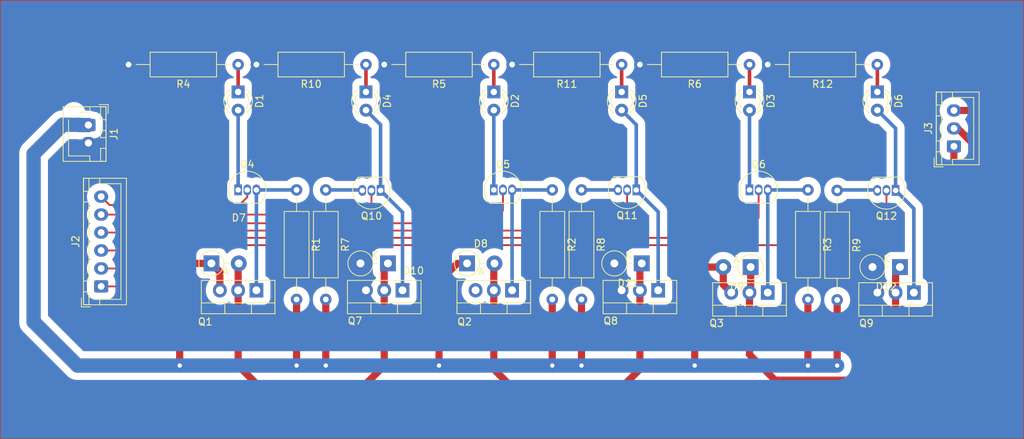
<source format=kicad_pcb>
(kicad_pcb (version 20211014) (generator pcbnew)
  (layers (0 "F.Cu" signal) (31 "B.Cu" signal) (34 "B.Paste" user) (35 "F.Paste" user) (36 "B.SilkS" user "B.Silkscreen") (37 "F.SilkS" user "F.Silkscreen") (38 "B.Mask" user) (39 "F.Mask" user) (44 "Edge.Cuts" user))
  (net 0 "")
  (net 1 "Net-(D1-Pad1)")
  (net 2 "Net-(D1-Pad2)")
  (net 3 "Net-(D2-Pad1)")
  (net 4 "Net-(D2-Pad2)")
  (net 5 "Net-(D3-Pad1)")
  (net 6 "Net-(D3-Pad2)")
  (net 7 "Net-(D4-Pad1)")
  (net 8 "Net-(D4-Pad2)")
  (net 9 "Net-(D5-Pad1)")
  (net 10 "Net-(Q8-Pad1)")
  (net 11 "Net-(D6-Pad1)")
  (net 12 "Net-(D6-Pad2)")
  (net 13 "VCC")
  (net 14 "GND")
  (net 15 "Net-(J2-Pad1)")
  (net 16 "Net-(J2-Pad2)")
  (net 17 "Net-(J2-Pad3)")
  (net 18 "Net-(J2-Pad4)")
  (net 19 "Net-(J2-Pad5)")
  (net 20 "Net-(J2-Pad6)")
  (net 21 "Net-(Q10-Pad3)")
  (net 22 "Net-(Q11-Pad3)")
  (net 23 "Net-(D10-Pad1)")
  (net 24 "Net-(D11-Pad1)")
  (net 25 "Net-(D12-Pad1)")
  (net 26 "Net-(Q1-Pad1)")
  (net 27 "Net-(Q2-Pad1)")
  (net 28 "Net-(Q3-Pad1)")
  (net 29 "Net-(Q12-Pad3)")
  (footprint "LED_THT:LED_D3.0mm_Clear" (layer "F.Cu") (at 147.32 43.18 -90)
    (fp_text reference "D6" (at 1.27 -2.96 90) (layer "F.SilkS"))
    (fp_text value "LED")
    (pad "1" thru_hole rect (at 0 0 270) (size 1.8 1.8) (drill 0.9) (layers *.Cu *.Mask) (net 11 "Net-(D6-Pad1)"))
    (pad "2" thru_hole circle (at 2.54 0 270) (size 1.8 1.8) (drill 0.9) (layers *.Cu *.Mask) (net 12 "Net-(D6-Pad2)"))
  )
  (footprint "Package_TO_SOT_THT:TO-220-3_Vertical" (layer "F.Cu") (at 132.08 71.12 180)
    (fp_text reference "Q3" (at 7.112 -4.27) (layer "F.SilkS"))
    (fp_text value "IRF4905")
    (pad "1" thru_hole rect (at 0 0 180) (size 1.905 2) (drill 1.1) (layers *.Cu *.Mask) (net 28 "Net-(Q3-Pad1)"))
    (pad "2" thru_hole oval (at 2.54 0 180) (size 1.905 2) (drill 1.1) (layers *.Cu *.Mask) (net 25 "Net-(D12-Pad1)"))
    (pad "3" thru_hole oval (at 5.08 0 180) (size 1.905 2) (drill 1.1) (layers *.Cu *.Mask) (net 13 "VCC"))
  )
  (footprint "Package_TO_SOT_THT:TO-220-3_Vertical" (layer "F.Cu") (at 152.4 71.12 180)
    (fp_text reference "Q9" (at 6.604 -4.27) (layer "F.SilkS"))
    (fp_text value "IRLZ44N")
    (pad "1" thru_hole rect (at 0 0 180) (size 1.905 2) (drill 1.1) (layers *.Cu *.Mask) (net 12 "Net-(D6-Pad2)"))
    (pad "2" thru_hole oval (at 2.54 0 180) (size 1.905 2) (drill 1.1) (layers *.Cu *.Mask) (net 25 "Net-(D12-Pad1)"))
    (pad "3" thru_hole oval locked (at 5.08 0 180) (size 1.905 2) (drill 1.1) (layers *.Cu *.Mask) (net 14 "GND"))
  )
  (footprint "Resistor_THT:R_Axial_DIN0309_L9.0mm_D3.2mm_P15.24mm_Horizontal" (layer "F.Cu") (at 76.2 39.37 180)
    (fp_text reference "R10" (at 7.62 -2.72) (layer "F.SilkS"))
    (fp_text value "100R")
    (pad "1" thru_hole circle (at 0 0 180) (size 1.6 1.6) (drill 0.8) (layers *.Cu *.Mask) (net 7 "Net-(D4-Pad1)"))
    (pad "2" thru_hole oval (at 15.24 0 180) (size 1.6 1.6) (drill 0.8) (layers *.Cu *.Mask) (net 14 "GND"))
  )
  (footprint "Connector_JST:JST_XH_B2B-XH-AM_1x02_P2.50mm_Vertical" (layer "F.Cu") (at 37.592 47.792 -90)
    (fp_text reference "J1" (at 1.25 -3.55 90) (layer "F.SilkS"))
    (fp_text value "Power")
    (pad "" np_thru_hole circle (at -1.6 2 270) (size 1.2 1.2) (drill 1.2) (layers *.Cu *.Mask))
    (pad "1" thru_hole roundrect (at 0 0 270) (size 1.7 2) (drill 1) (layers *.Cu *.Mask) (roundrect_rratio 0.147059) (net 13 "VCC"))
    (pad "2" thru_hole oval (at 2.5 0 270) (size 1.7 2) (drill 1) (layers *.Cu *.Mask) (net 14 "GND"))
  )
  (footprint "Package_TO_SOT_THT:TO-92_Inline" (layer "F.Cu") (at 149.86 56.896 180)
    (fp_text reference "Q12" (at 1.27 -3.56) (layer "F.SilkS"))
    (fp_text value "S8050")
    (pad "1" thru_hole rect (at 0 0 180) (size 1.05 1.5) (drill 0.75) (layers *.Cu *.Mask) (net 12 "Net-(D6-Pad2)"))
    (pad "2" thru_hole oval (at 1.27 0 180) (size 1.05 1.5) (drill 0.75) (layers *.Cu *.Mask) (net 15 "Net-(J2-Pad1)"))
    (pad "3" thru_hole oval (at 2.54 0 180) (size 1.05 1.5) (drill 0.75) (layers *.Cu *.Mask) (net 29 "Net-(Q12-Pad3)"))
  )
  (footprint "Package_TO_SOT_THT:TO-220-3_Vertical" (layer "F.Cu") (at 96.52 70.795 180)
    (fp_text reference "Q2" (at 6.604 -4.389) (layer "F.SilkS"))
    (fp_text value "IRF4905")
    (pad "1" thru_hole rect (at 0 0 180) (size 1.905 2) (drill 1.1) (layers *.Cu *.Mask) (net 27 "Net-(Q2-Pad1)"))
    (pad "2" thru_hole oval (at 2.54 0 180) (size 1.905 2) (drill 1.1) (layers *.Cu *.Mask) (net 24 "Net-(D11-Pad1)"))
    (pad "3" thru_hole oval (at 5.08 0 180) (size 1.905 2) (drill 1.1) (layers *.Cu *.Mask) (net 13 "VCC"))
  )
  (footprint "Package_TO_SOT_THT:TO-92_Inline" (layer "F.Cu") (at 113.792 56.825 180)
    (fp_text reference "Q11" (at 1.27 -3.56) (layer "F.SilkS"))
    (fp_text value "S8050")
    (pad "1" thru_hole rect (at 0 0 180) (size 1.05 1.5) (drill 0.75) (layers *.Cu *.Mask) (net 10 "Net-(Q8-Pad1)"))
    (pad "2" thru_hole oval (at 1.27 0 180) (size 1.05 1.5) (drill 0.75) (layers *.Cu *.Mask) (net 17 "Net-(J2-Pad3)"))
    (pad "3" thru_hole oval (at 2.54 0 180) (size 1.05 1.5) (drill 0.75) (layers *.Cu *.Mask) (net 22 "Net-(Q11-Pad3)"))
  )
  (footprint "Package_TO_SOT_THT:TO-220-3_Vertical" (layer "F.Cu") (at 81.28 70.795 180)
    (fp_text reference "Q7" (at 6.604 -4.27) (layer "F.SilkS"))
    (fp_text value "IRLZ44N")
    (pad "1" thru_hole rect (at 0 0 180) (size 1.905 2) (drill 1.1) (layers *.Cu *.Mask) (net 8 "Net-(D4-Pad2)"))
    (pad "2" thru_hole oval (at 2.54 0 180) (size 1.905 2) (drill 1.1) (layers *.Cu *.Mask) (net 23 "Net-(D10-Pad1)"))
    (pad "3" thru_hole oval (at 5.08 0 180) (size 1.905 2) (drill 1.1) (layers *.Cu *.Mask) (net 14 "GND"))
  )
  (footprint "Diode_THT:D_DO-41_SOD81_P3.81mm_Vertical_KathodeUp" (layer "F.Cu") (at 114.554 67.056 180)
    (fp_text reference "D11" (at 1.905 -2.750635) (layer "F.SilkS"))
    (fp_text value "1N5819")
    (fp_text user "K" (at 1.8 1.1) (layer "F.SilkS"))
    (pad "1" thru_hole rect (at 0 0 180) (size 2.2 2.2) (drill 1.1) (layers *.Cu *.Mask) (net 24 "Net-(D11-Pad1)"))
    (pad "2" thru_hole oval (at 3.81 0 180) (size 2.2 2.2) (drill 1.1) (layers *.Cu *.Mask) (net 14 "GND"))
  )
  (footprint "Diode_THT:D_DO-41_SOD81_P3.81mm_Vertical_AnodeUp" (layer "F.Cu") (at 90.260818 67.056)
    (fp_text reference "D8" (at 1.905 -2.750635) (layer "F.SilkS"))
    (fp_text value "1N5819")
    (fp_text user "A" (at 2.01 1.1) (layer "F.SilkS"))
    (pad "1" thru_hole rect (at 0 0) (size 2.2 2.2) (drill 1.1) (layers *.Cu *.Mask) (net 13 "VCC"))
    (pad "2" thru_hole oval (at 3.81 0) (size 2.2 2.2) (drill 1.1) (layers *.Cu *.Mask) (net 24 "Net-(D11-Pad1)"))
  )
  (footprint "Package_TO_SOT_THT:TO-92_Inline" (layer "F.Cu") (at 58.42 56.825)
    (fp_text reference "Q4" (at 1.27 -3.56) (layer "F.SilkS"))
    (fp_text value "S8050")
    (pad "1" thru_hole rect (at 0 0) (size 1.05 1.5) (drill 0.75) (layers *.Cu *.Mask) (net 2 "Net-(D1-Pad2)"))
    (pad "2" thru_hole oval (at 1.27 0) (size 1.05 1.5) (drill 0.75) (layers *.Cu *.Mask) (net 20 "Net-(J2-Pad6)"))
    (pad "3" thru_hole oval (at 2.54 0) (size 1.05 1.5) (drill 0.75) (layers *.Cu *.Mask) (net 26 "Net-(Q1-Pad1)"))
  )
  (footprint "Connector_JST:JST_XH_B3B-XH-A_1x03_P2.50mm_Vertical" (layer "F.Cu") (at 157.971 50.76 90)
    (fp_text reference "J3" (at 2.5 -3.55 90) (layer "F.SilkS"))
    (fp_text value "Output")
    (pad "1" thru_hole roundrect (at 0 0 90) (size 1.7 1.95) (drill 0.95) (layers *.Cu *.Mask) (roundrect_rratio 0.147059) (net 25 "Net-(D12-Pad1)"))
    (pad "2" thru_hole oval (at 2.5 0 90) (size 1.7 1.95) (drill 0.95) (layers *.Cu *.Mask) (net 24 "Net-(D11-Pad1)"))
    (pad "3" thru_hole oval (at 5 0 90) (size 1.7 1.95) (drill 0.95) (layers *.Cu *.Mask) (net 23 "Net-(D10-Pad1)"))
  )
  (footprint "Resistor_THT:R_Axial_DIN0309_L9.0mm_D3.2mm_P15.24mm_Horizontal" (layer "F.Cu") (at 141.732 56.896 -90)
    (fp_text reference "R9" (at 7.62 -2.72 90) (layer "F.SilkS"))
    (fp_text value "10kR")
    (pad "1" thru_hole circle (at 0 0 270) (size 1.6 1.6) (drill 0.8) (layers *.Cu *.Mask) (net 29 "Net-(Q12-Pad3)"))
    (pad "2" thru_hole oval (at 15.24 0 270) (size 1.6 1.6) (drill 0.8) (layers *.Cu *.Mask) (net 13 "VCC"))
  )
  (footprint "Resistor_THT:R_Axial_DIN0309_L9.0mm_D3.2mm_P15.24mm_Horizontal" (layer "F.Cu") (at 93.98 39.37 180)
    (fp_text reference "R5" (at 7.62 -2.72) (layer "F.SilkS"))
    (fp_text value "100R")
    (pad "1" thru_hole circle (at 0 0 180) (size 1.6 1.6) (drill 0.8) (layers *.Cu *.Mask) (net 3 "Net-(D2-Pad1)"))
    (pad "2" thru_hole oval (at 15.24 0 180) (size 1.6 1.6) (drill 0.8) (layers *.Cu *.Mask) (net 14 "GND"))
  )
  (footprint "Resistor_THT:R_Axial_DIN0309_L9.0mm_D3.2mm_P15.24mm_Horizontal" (layer "F.Cu") (at 106.172 56.825 -90)
    (fp_text reference "R8" (at 7.62 -2.72 90) (layer "F.SilkS"))
    (fp_text value "10kR")
    (pad "1" thru_hole circle (at 0 0 270) (size 1.6 1.6) (drill 0.8) (layers *.Cu *.Mask) (net 22 "Net-(Q11-Pad3)"))
    (pad "2" thru_hole oval (at 15.24 0 270) (size 1.6 1.6) (drill 0.8) (layers *.Cu *.Mask) (net 13 "VCC"))
  )
  (footprint "Package_TO_SOT_THT:TO-220-3_Vertical" (layer "F.Cu") (at 116.84 70.795 180)
    (fp_text reference "Q8" (at 6.604 -4.27) (layer "F.SilkS"))
    (fp_text value "IRLZ44N")
    (pad "1" thru_hole rect (at 0 0 180) (size 1.905 2) (drill 1.1) (layers *.Cu *.Mask) (net 10 "Net-(Q8-Pad1)"))
    (pad "2" thru_hole oval (at 2.54 0 180) (size 1.905 2) (drill 1.1) (layers *.Cu *.Mask) (net 24 "Net-(D11-Pad1)"))
    (pad "3" thru_hole oval (at 5.08 0 180) (size 1.905 2) (drill 1.1) (layers *.Cu *.Mask) (net 14 "GND"))
  )
  (footprint "Package_TO_SOT_THT:TO-92_Inline" (layer "F.Cu") (at 78.232 56.896 180)
    (fp_text reference "Q10" (at 1.27 -3.56) (layer "F.SilkS"))
    (fp_text value "S8050")
    (pad "1" thru_hole rect (at 0 0 180) (size 1.05 1.5) (drill 0.75) (layers *.Cu *.Mask) (net 8 "Net-(D4-Pad2)"))
    (pad "2" thru_hole oval (at 1.27 0 180) (size 1.05 1.5) (drill 0.75) (layers *.Cu *.Mask) (net 19 "Net-(J2-Pad5)"))
    (pad "3" thru_hole oval (at 2.54 0 180) (size 1.05 1.5) (drill 0.75) (layers *.Cu *.Mask) (net 21 "Net-(Q10-Pad3)"))
  )
  (footprint "Resistor_THT:R_Axial_DIN0309_L9.0mm_D3.2mm_P15.24mm_Horizontal" (layer "F.Cu") (at 58.42 39.37 180)
    (fp_text reference "R4" (at 7.62 -2.72) (layer "F.SilkS"))
    (fp_text value "100R")
    (pad "1" thru_hole circle (at 0 0 180) (size 1.6 1.6) (drill 0.8) (layers *.Cu *.Mask) (net 1 "Net-(D1-Pad1)"))
    (pad "2" thru_hole oval (at 15.24 0 180) (size 1.6 1.6) (drill 0.8) (layers *.Cu *.Mask) (net 14 "GND"))
  )
  (footprint "Package_TO_SOT_THT:TO-92_Inline" (layer "F.Cu") (at 129.54 56.825)
    (fp_text reference "Q6" (at 1.27 -3.56) (layer "F.SilkS"))
    (fp_text value "S8050")
    (pad "1" thru_hole rect (at 0 0) (size 1.05 1.5) (drill 0.75) (layers *.Cu *.Mask) (net 6 "Net-(D3-Pad2)"))
    (pad "2" thru_hole oval (at 1.27 0) (size 1.05 1.5) (drill 0.75) (layers *.Cu *.Mask) (net 16 "Net-(J2-Pad2)"))
    (pad "3" thru_hole oval (at 2.54 0) (size 1.05 1.5) (drill 0.75) (layers *.Cu *.Mask) (net 28 "Net-(Q3-Pad1)"))
  )
  (footprint "Package_TO_SOT_THT:TO-92_Inline" (layer "F.Cu") (at 93.98 56.825)
    (fp_text reference "Q5" (at 1.27 -3.56) (layer "F.SilkS"))
    (fp_text value "S8050")
    (pad "1" thru_hole rect (at 0 0) (size 1.05 1.5) (drill 0.75) (layers *.Cu *.Mask) (net 4 "Net-(D2-Pad2)"))
    (pad "2" thru_hole oval (at 1.27 0) (size 1.05 1.5) (drill 0.75) (layers *.Cu *.Mask) (net 18 "Net-(J2-Pad4)"))
    (pad "3" thru_hole oval (at 2.54 0) (size 1.05 1.5) (drill 0.75) (layers *.Cu *.Mask) (net 27 "Net-(Q2-Pad1)"))
  )
  (footprint "Resistor_THT:R_Axial_DIN0309_L9.0mm_D3.2mm_P15.24mm_Horizontal" (layer "F.Cu") (at 66.548 56.825 -90)
    (fp_text reference "R1" (at 7.62 -2.72 90) (layer "F.SilkS"))
    (fp_text value "10kR")
    (pad "1" thru_hole circle (at 0 0 270) (size 1.6 1.6) (drill 0.8) (layers *.Cu *.Mask) (net 26 "Net-(Q1-Pad1)"))
    (pad "2" thru_hole oval (at 15.24 0 270) (size 1.6 1.6) (drill 0.8) (layers *.Cu *.Mask) (net 13 "VCC"))
  )
  (footprint "LED_THT:LED_D3.0mm_Clear" (layer "F.Cu") (at 76.2 43.18 -90)
    (fp_text reference "D4" (at 1.27 -2.96 90) (layer "F.SilkS"))
    (fp_text value "LED")
    (pad "1" thru_hole rect (at 0 0 270) (size 1.8 1.8) (drill 0.9) (layers *.Cu *.Mask) (net 7 "Net-(D4-Pad1)"))
    (pad "2" thru_hole circle (at 2.54 0 270) (size 1.8 1.8) (drill 0.9) (layers *.Cu *.Mask) (net 8 "Net-(D4-Pad2)"))
  )
  (footprint "Diode_THT:D_DO-41_SOD81_P3.81mm_Vertical_KathodeUp" (layer "F.Cu") (at 150.458818 67.564 180)
    (fp_text reference "D12" (at 1.905 -2.750635) (layer "F.SilkS"))
    (fp_text value "1N5819")
    (fp_text user "K" (at 1.8 1.1) (layer "F.SilkS"))
    (pad "1" thru_hole rect (at 0 0 180) (size 2.2 2.2) (drill 1.1) (layers *.Cu *.Mask) (net 25 "Net-(D12-Pad1)"))
    (pad "2" thru_hole oval (at 3.81 0 180) (size 2.2 2.2) (drill 1.1) (layers *.Cu *.Mask) (net 14 "GND"))
  )
  (footprint "Package_TO_SOT_THT:TO-220-3_Vertical" (layer "F.Cu") (at 60.96 70.795 180)
    (fp_text reference "Q1" (at 7.112 -4.389) (layer "F.SilkS"))
    (fp_text value "IRF4905")
    (pad "1" thru_hole rect (at 0 0 180) (size 1.905 2) (drill 1.1) (layers *.Cu *.Mask) (net 26 "Net-(Q1-Pad1)"))
    (pad "2" thru_hole oval (at 2.54 0 180) (size 1.905 2) (drill 1.1) (layers *.Cu *.Mask) (net 23 "Net-(D10-Pad1)"))
    (pad "3" thru_hole oval locked (at 5.08 0 180) (size 1.905 2) (drill 1.1) (layers *.Cu *.Mask) (net 13 "VCC"))
  )
  (footprint "Resistor_THT:R_Axial_DIN0309_L9.0mm_D3.2mm_P15.24mm_Horizontal" (layer "F.Cu") (at 70.612 56.825 -90)
    (fp_text reference "R7" (at 7.62 -2.72 90) (layer "F.SilkS"))
    (fp_text value "10kR")
    (pad "1" thru_hole circle (at 0 0 270) (size 1.6 1.6) (drill 0.8) (layers *.Cu *.Mask) (net 21 "Net-(Q10-Pad3)"))
    (pad "2" thru_hole oval (at 15.24 0 270) (size 1.6 1.6) (drill 0.8) (layers *.Cu *.Mask) (net 13 "VCC"))
  )
  (footprint "Diode_THT:D_DO-41_SOD81_P3.81mm_Vertical_AnodeUp" (layer "F.Cu") (at 129.703183 67.564 180)
    (fp_text reference "D9" (at 1.905 -2.750635) (layer "F.SilkS"))
    (fp_text value "1N5819")
    (fp_text user "A" (at 2.01 1.1) (layer "F.SilkS"))
    (pad "1" thru_hole rect (at 0 0 180) (size 2.2 2.2) (drill 1.1) (layers *.Cu *.Mask) (net 25 "Net-(D12-Pad1)"))
    (pad "2" thru_hole oval (at 3.81 0 180) (size 2.2 2.2) (drill 1.1) (layers *.Cu *.Mask) (net 13 "VCC"))
  )
  (footprint "Resistor_THT:R_Axial_DIN0309_L9.0mm_D3.2mm_P15.24mm_Horizontal" (layer "F.Cu") (at 129.54 39.37 180)
    (fp_text reference "R6" (at 7.62 -2.72) (layer "F.SilkS"))
    (fp_text value "100R")
    (pad "1" thru_hole circle (at 0 0 180) (size 1.6 1.6) (drill 0.8) (layers *.Cu *.Mask) (net 5 "Net-(D3-Pad1)"))
    (pad "2" thru_hole oval (at 15.24 0 180) (size 1.6 1.6) (drill 0.8) (layers *.Cu *.Mask) (net 14 "GND"))
  )
  (footprint "LED_THT:LED_D3.0mm_Clear" (layer "F.Cu") (at 129.54 43.18 -90)
    (fp_text reference "D3" (at 1.27 -2.96 90) (layer "F.SilkS"))
    (fp_text value "LED")
    (pad "1" thru_hole rect (at 0 0 270) (size 1.8 1.8) (drill 0.9) (layers *.Cu *.Mask) (net 5 "Net-(D3-Pad1)"))
    (pad "2" thru_hole circle (at 2.54 0 270) (size 1.8 1.8) (drill 0.9) (layers *.Cu *.Mask) (net 6 "Net-(D3-Pad2)"))
  )
  (footprint "Resistor_THT:R_Axial_DIN0309_L9.0mm_D3.2mm_P15.24mm_Horizontal" (layer "F.Cu") (at 111.76 39.37 180)
    (fp_text reference "R11" (at 7.62 -2.72) (layer "F.SilkS"))
    (fp_text value "100R")
    (pad "1" thru_hole circle (at 0 0 180) (size 1.6 1.6) (drill 0.8) (layers *.Cu *.Mask) (net 9 "Net-(D5-Pad1)"))
    (pad "2" thru_hole oval (at 15.24 0 180) (size 1.6 1.6) (drill 0.8) (layers *.Cu *.Mask) (net 14 "GND"))
  )
  (footprint "Resistor_THT:R_Axial_DIN0309_L9.0mm_D3.2mm_P15.24mm_Horizontal" (layer "F.Cu") (at 137.668 56.825 -90)
    (fp_text reference "R3" (at 7.62 -2.72 90) (layer "F.SilkS"))
    (fp_text value "10kR")
    (pad "1" thru_hole circle (at 0 0 270) (size 1.6 1.6) (drill 0.8) (layers *.Cu *.Mask) (net 28 "Net-(Q3-Pad1)"))
    (pad "2" thru_hole oval (at 15.24 0 270) (size 1.6 1.6) (drill 0.8) (layers *.Cu *.Mask) (net 13 "VCC"))
  )
  (footprint "LED_THT:LED_D3.0mm_Clear" (layer "F.Cu") (at 111.76 43.18 -90)
    (fp_text reference "D5" (at 1.27 -2.96 90) (layer "F.SilkS"))
    (fp_text value "LED")
    (pad "1" thru_hole rect (at 0 0 270) (size 1.8 1.8) (drill 0.9) (layers *.Cu *.Mask) (net 9 "Net-(D5-Pad1)"))
    (pad "2" thru_hole circle (at 2.54 0 270) (size 1.8 1.8) (drill 0.9) (layers *.Cu *.Mask) (net 10 "Net-(Q8-Pad1)"))
  )
  (footprint "Connector_JST:JST_XH_B6B-XH-A_1x06_P2.50mm_Vertical" (layer "F.Cu") (at 39.37 70.258 90)
    (fp_text reference "J2" (at 6.25 -3.55 90) (layer "F.SilkS"))
    (fp_text value "Inputs")
    (pad "1" thru_hole roundrect (at 0 0 90) (size 1.7 1.95) (drill 0.95) (layers *.Cu *.Mask) (roundrect_rratio 0.147059) (net 15 "Net-(J2-Pad1)"))
    (pad "2" thru_hole oval (at 2.5 0 90) (size 1.7 1.95) (drill 0.95) (layers *.Cu *.Mask) (net 16 "Net-(J2-Pad2)"))
    (pad "3" thru_hole oval (at 5 0 90) (size 1.7 1.95) (drill 0.95) (layers *.Cu *.Mask) (net 17 "Net-(J2-Pad3)"))
    (pad "4" thru_hole oval (at 7.5 0 90) (size 1.7 1.95) (drill 0.95) (layers *.Cu *.Mask) (net 18 "Net-(J2-Pad4)"))
    (pad "5" thru_hole oval (at 10 0 90) (size 1.7 1.95) (drill 0.95) (layers *.Cu *.Mask) (net 19 "Net-(J2-Pad5)"))
    (pad "6" thru_hole oval (at 12.5 0 90) (size 1.7 1.95) (drill 0.95) (layers *.Cu *.Mask) (net 20 "Net-(J2-Pad6)"))
  )
  (footprint "Resistor_THT:R_Axial_DIN0309_L9.0mm_D3.2mm_P15.24mm_Horizontal" (layer "F.Cu") (at 147.32 39.37 180)
    (fp_text reference "R12" (at 7.62 -2.72) (layer "F.SilkS"))
    (fp_text value "100R")
    (pad "1" thru_hole circle (at 0 0 180) (size 1.6 1.6) (drill 0.8) (layers *.Cu *.Mask) (net 11 "Net-(D6-Pad1)"))
    (pad "2" thru_hole oval (at 15.24 0 180) (size 1.6 1.6) (drill 0.8) (layers *.Cu *.Mask) (net 14 "GND"))
  )
  (footprint "Resistor_THT:R_Axial_DIN0309_L9.0mm_D3.2mm_P15.24mm_Horizontal" (layer "F.Cu") (at 102.108 56.825 -90)
    (fp_text reference "R2" (at 7.62 -2.72 90) (layer "F.SilkS"))
    (fp_text value "10kR")
    (pad "1" thru_hole circle (at 0 0 270) (size 1.6 1.6) (drill 0.8) (layers *.Cu *.Mask) (net 27 "Net-(Q2-Pad1)"))
    (pad "2" thru_hole oval (at 15.24 0 270) (size 1.6 1.6) (drill 0.8) (layers *.Cu *.Mask) (net 13 "VCC"))
  )
  (footprint "Diode_THT:D_DO-41_SOD81_P3.81mm_Vertical_AnodeUp" (layer "F.Cu") (at 54.700818 67.056)
    (fp_text reference "D7" (at 3.81 -6.35) (layer "F.SilkS"))
    (fp_text value "1N5819")
    (fp_text user "A" (at 2.01 1.1) (layer "F.SilkS"))
    (pad "1" thru_hole rect (at 0 0) (size 2.2 2.2) (drill 1.1) (layers *.Cu *.Mask) (net 13 "VCC"))
    (pad "2" thru_hole oval (at 3.81 0) (size 2.2 2.2) (drill 1.1) (layers *.Cu *.Mask) (net 23 "Net-(D10-Pad1)"))
  )
  (footprint "LED_THT:LED_D3.0mm_Clear" (layer "F.Cu") (at 58.42 43.18 -90)
    (fp_text reference "D1" (at 1.27 -2.96 90) (layer "F.SilkS"))
    (fp_text value "LED")
    (pad "1" thru_hole rect (at 0 0 270) (size 1.8 1.8) (drill 0.9) (layers *.Cu *.Mask) (net 1 "Net-(D1-Pad1)"))
    (pad "2" thru_hole circle (at 2.54 0 270) (size 1.8 1.8) (drill 0.9) (layers *.Cu *.Mask) (net 2 "Net-(D1-Pad2)"))
  )
  (footprint "Diode_THT:D_DO-41_SOD81_P3.81mm_Vertical_KathodeUp" (layer "F.Cu") (at 79.248 67.056 180)
    (fp_text reference "D10" (at -3.556 -1.016) (layer "F.SilkS"))
    (fp_text value "1N5819")
    (fp_text user "K" (at 1.8 1.1) (layer "F.SilkS"))
    (pad "1" thru_hole rect (at 0 0 180) (size 2.2 2.2) (drill 1.1) (layers *.Cu *.Mask) (net 23 "Net-(D10-Pad1)"))
    (pad "2" thru_hole oval (at 3.81 0 180) (size 2.2 2.2) (drill 1.1) (layers *.Cu *.Mask) (net 14 "GND"))
  )
  (footprint "LED_THT:LED_D3.0mm_Clear" (layer "F.Cu") (at 93.98 43.18 -90)
    (fp_text reference "D2" (at 1.27 -2.96 90) (layer "F.SilkS"))
    (fp_text value "LED")
    (pad "1" thru_hole rect (at 0 0 270) (size 1.8 1.8) (drill 0.9) (layers *.Cu *.Mask) (net 3 "Net-(D2-Pad1)"))
    (pad "2" thru_hole circle (at 2.54 0 270) (size 1.8 1.8) (drill 0.9) (layers *.Cu *.Mask) (net 4 "Net-(D2-Pad2)"))
  )
  (gr_rect (start 25.4 30.48) (end 167.64 91.44) (layer "F.Cu") (width 0.2) (fill none))
  (segment (start 58.42 43.18) (end 58.42 39.37) (width 0.5) (layer "F.Cu") (net 1))
  (segment (start 58.42 56.825) (end 58.42 45.72) (width 0.5) (layer "B.Cu") (net 2))
  (segment (start 93.98 43.18) (end 93.98 39.37) (width 0.5) (layer "F.Cu") (net 3))
  (segment (start 93.98 56.825) (end 93.98 45.72) (width 0.5) (layer "B.Cu") (net 4))
  (segment (start 129.54 43.18) (end 129.54 39.37) (width 0.5) (layer "F.Cu") (net 5))
  (segment (start 129.54 56.825) (end 129.54 45.72) (width 0.5) (layer "B.Cu") (net 6))
  (segment (start 76.2 43.18) (end 76.2 39.37) (width 0.5) (layer "F.Cu") (net 7))
  (segment (start 76.2 45.72) (end 78.232 47.752) (width 0.5) (layer "B.Cu") (net 8))
  (segment (start 81.28 59.944) (end 78.232 56.896) (width 0.5) (layer "B.Cu") (net 8))
  (segment (start 81.28 70.795) (end 81.28 59.944) (width 0.5) (layer "B.Cu") (net 8))
  (segment (start 78.232 47.752) (end 78.232 56.896) (width 0.5) (layer "B.Cu") (net 8))
  (segment (start 111.76 43.18) (end 111.76 39.37) (width 0.5) (layer "F.Cu") (net 9))
  (segment (start 113.792 47.752) (end 113.792 56.825) (width 0.5) (layer "B.Cu") (net 10))
  (segment (start 111.76 45.72) (end 113.792 47.752) (width 0.5) (layer "B.Cu") (net 10))
  (segment (start 116.84 70.795) (end 116.84 59.873) (width 0.5) (layer "B.Cu") (net 10))
  (segment (start 116.84 59.873) (end 113.792 56.825) (width 0.5) (layer "B.Cu") (net 10))
  (segment (start 147.32 43.18) (end 147.32 39.37) (width 0.5) (layer "F.Cu") (net 11))
  (segment (start 152.4 59.436) (end 149.86 56.896) (width 0.5) (layer "B.Cu") (net 12))
  (segment (start 149.86 56.896) (end 149.86 48.26) (width 0.5) (layer "B.Cu") (net 12))
  (segment (start 152.4 71.12) (end 152.4 59.436) (width 0.5) (layer "B.Cu") (net 12))
  (segment (start 149.86 48.26) (end 147.32 45.72) (width 0.5) (layer "B.Cu") (net 12))
  (segment (start 55.88 68.235182) (end 54.700818 67.056) (width 1) (layer "F.Cu") (net 13))
  (segment (start 137.668 72.065) (end 137.668 81.28) (width 1) (layer "F.Cu") (net 13))
  (segment (start 125.893183 70.013183) (end 127 71.12) (width 1) (layer "F.Cu") (net 13))
  (segment (start 70.612 72.065) (end 70.612 81.28) (width 1) (layer "F.Cu") (net 13))
  (segment (start 121.92 69.088) (end 121.92 81.28) (width 1) (layer "F.Cu") (net 13))
  (segment (start 123.444 67.564) (end 121.92 69.088) (width 1) (layer "F.Cu") (net 13))
  (segment (start 125.893183 67.564) (end 125.893183 70.013183) (width 1) (layer "F.Cu") (net 13))
  (segment (start 141.732 72.136) (end 141.732 81.28) (width 1) (layer "F.Cu") (net 13))
  (segment (start 125.893183 67.564) (end 123.444 67.564) (width 1) (layer "F.Cu") (net 13))
  (segment (start 106.172 72.065) (end 106.172 81.28) (width 1) (layer "F.Cu") (net 13))
  (segment (start 102.108 72.065) (end 102.108 81.28) (width 1) (layer "F.Cu") (net 13))
  (segment (start 52.324 67.056) (end 50.292 69.088) (width 1) (layer "F.Cu") (net 13))
  (segment (start 86.36 69.596) (end 86.36 81.28) (width 1) (layer "F.Cu") (net 13))
  (segment (start 50.292 69.088) (end 50.292 81.28) (width 1) (layer "F.Cu") (net 13))
  (segment (start 88.9 67.056) (end 86.36 69.596) (width 1) (layer "F.Cu") (net 13))
  (segment (start 55.88 70.795) (end 55.88 68.235182) (width 1) (layer "F.Cu") (net 13))
  (segment (start 66.548 72.065) (end 66.548 81.28) (width 1) (layer "F.Cu") (net 13))
  (segment (start 54.700818 67.056) (end 52.324 67.056) (width 1) (layer "F.Cu") (net 13))
  (segment (start 90.260818 67.056) (end 88.9 67.056) (width 0.25) (layer "F.Cu") (net 13))
  (via (at 141.732 81.28) (size 1) (drill 0.6) (layers "F.Cu" "B.Cu") (net 13))
  (via (at 70.612 81.28) (size 1) (drill 0.6) (layers "F.Cu" "B.Cu") (net 13))
  (via (at 66.548 81.28) (size 1) (drill 0.6) (layers "F.Cu" "B.Cu") (net 13))
  (via (at 50.292 81.28) (size 1) (drill 0.6) (layers "F.Cu" "B.Cu") (net 13))
  (via (at 102.108 81.28) (size 1) (drill 0.6) (layers "F.Cu" "B.Cu") (net 13))
  (via (at 106.172 81.28) (size 1) (drill 0.6) (layers "F.Cu" "B.Cu") (net 13))
  (via (at 86.36 81.28) (size 1) (drill 0.6) (layers "F.Cu" "B.Cu") (net 13))
  (via (at 137.668 81.28) (size 1) (drill 0.6) (layers "F.Cu" "B.Cu") (net 13))
  (via (at 121.92 81.28) (size 1) (drill 0.6) (layers "F.Cu" "B.Cu") (net 13))
  (segment (start 86.36 81.28) (end 102.108 81.28) (width 2) (layer "B.Cu") (net 13))
  (segment (start 50.292 81.28) (end 66.548 81.28) (width 2) (layer "B.Cu") (net 13))
  (segment (start 29.972 75.184) (end 36.068 81.28) (width 2) (layer "B.Cu") (net 13))
  (segment (start 36.408282 47.792) (end 36.368282 47.752) (width 0.25) (layer "B.Cu") (net 13))
  (segment (start 106.172 81.28) (end 121.92 81.28) (width 2) (layer "B.Cu") (net 13))
  (segment (start 121.92 81.28) (end 137.668 81.28) (width 2) (layer "B.Cu") (net 13))
  (segment (start 37.592 47.792) (end 36.408282 47.792) (width 2) (layer "B.Cu") (net 13))
  (segment (start 70.612 81.28) (end 86.36 81.28) (width 2) (layer "B.Cu") (net 13))
  (segment (start 34.036 47.752) (end 29.972 51.816) (width 2) (layer "B.Cu") (net 13))
  (segment (start 36.368282 47.752) (end 34.036 47.752) (width 2) (layer "B.Cu") (net 13))
  (segment (start 36.068 81.28) (end 50.292 81.28) (width 2) (layer "B.Cu") (net 13))
  (segment (start 66.548 81.28) (end 70.612 81.28) (width 2) (layer "B.Cu") (net 13))
  (segment (start 137.668 81.28) (end 141.732 81.28) (width 2) (layer "B.Cu") (net 13))
  (segment (start 29.972 51.816) (end 29.972 75.184) (width 2) (layer "B.Cu") (net 13))
  (segment (start 102.108 81.28) (end 106.172 81.28) (width 2) (layer "B.Cu") (net 13))
  (segment (start 147.32 68.235182) (end 146.648818 67.564) (width 0.25) (layer "F.Cu") (net 14))
  (segment (start 75.438 70.033) (end 76.2 70.795) (width 1) (layer "B.Cu") (net 14))
  (segment (start 111.76 68.072) (end 110.744 67.056) (width 1) (layer "B.Cu") (net 14))
  (segment (start 147.32 68.235182) (end 146.648818 67.564) (width 0.25) (layer "B.Cu") (net 14))
  (segment (start 146.648818 70.448818) (end 147.32 71.12) (width 1) (layer "B.Cu") (net 14))
  (segment (start 75.438 67.056) (end 75.438 70.033) (width 1) (layer "B.Cu") (net 14))
  (segment (start 146.648818 67.564) (end 146.648818 70.448818) (width 1) (layer "B.Cu") (net 14))
  (segment (start 111.76 70.795) (end 111.76 68.072) (width 1) (layer "B.Cu") (net 14))
  (segment (start 148.59 61.722) (end 148.59 56.896) (width 0.25) (layer "F.Cu") (net 15))
  (segment (start 41.502 70.258) (end 47.244 64.516) (width 0.25) (layer "F.Cu") (net 15))
  (segment (start 39.37 70.258) (end 41.502 70.258) (width 0.25) (layer "F.Cu") (net 15))
  (segment (start 47.244 64.516) (end 145.796 64.516) (width 0.25) (layer "F.Cu") (net 15))
  (segment (start 145.796 64.516) (end 148.59 61.722) (width 0.25) (layer "F.Cu") (net 15))
  (segment (start 128.016 63.5) (end 130.81 60.706) (width 0.25) (layer "F.Cu") (net 16))
  (segment (start 42.478 67.758) (end 46.736 63.5) (width 0.25) (layer "F.Cu") (net 16))
  (segment (start 130.81 60.706) (end 130.81 56.825) (width 0.25) (layer "F.Cu") (net 16))
  (segment (start 39.37 67.758) (end 42.478 67.758) (width 0.25) (layer "F.Cu") (net 16))
  (segment (start 46.736 63.5) (end 128.016 63.5) (width 0.25) (layer "F.Cu") (net 16))
  (segment (start 112.522 61.214) (end 112.522 56.825) (width 0.25) (layer "F.Cu") (net 17))
  (segment (start 43.454 65.258) (end 46.228 62.484) (width 0.25) (layer "F.Cu") (net 17))
  (segment (start 46.228 62.484) (end 111.252 62.484) (width 0.25) (layer "F.Cu") (net 17))
  (segment (start 111.252 62.484) (end 112.522 61.214) (width 0.25) (layer "F.Cu") (net 17))
  (segment (start 39.37 65.258) (end 43.454 65.258) (width 0.25) (layer "F.Cu") (net 17))
  (segment (start 45.212 61.468) (end 93.472 61.468) (width 0.25) (layer "F.Cu") (net 18))
  (segment (start 39.37 62.758) (end 43.922 62.758) (width 0.25) (layer "F.Cu") (net 18))
  (segment (start 95.25 59.69) (end 95.25 56.825) (width 0.25) (layer "F.Cu") (net 18))
  (segment (start 43.922 62.758) (end 45.212 61.468) (width 0.25) (layer "F.Cu") (net 18))
  (segment (start 93.472 61.468) (end 95.25 59.69) (width 0.25) (layer "F.Cu") (net 18))
  (segment (start 39.37 60.258) (end 75.886 60.258) (width 0.25) (layer "F.Cu") (net 19))
  (segment (start 75.886 60.258) (end 76.962 59.182) (width 0.25) (layer "F.Cu") (net 19))
  (segment (start 76.962 59.182) (end 76.962 56.896) (width 0.25) (layer "F.Cu") (net 19))
  (segment (start 59.69 57.825) (end 59.69 56.825) (width 0.25) (layer "F.Cu") (net 20))
  (segment (start 39.37 57.758) (end 40.54 58.928) (width 0.25) (layer "F.Cu") (net 20))
  (segment (start 58.587 58.928) (end 59.69 57.825) (width 0.25) (layer "F.Cu") (net 20))
  (segment (start 40.54 58.928) (end 58.587 58.928) (width 0.25) (layer "F.Cu") (net 20))
  (segment (start 71.12 56.825) (end 75.621 56.825) (width 0.5) (layer "B.Cu") (net 21))
  (segment (start 75.621 56.825) (end 75.692 56.896) (width 0.25) (layer "B.Cu") (net 21))
  (segment (start 106.68 56.825) (end 111.252 56.825) (width 0.5) (layer "B.Cu") (net 22))
  (segment (start 58.42 70.795) (end 58.42 67.146818) (width 1) (layer "F.Cu") (net 23))
  (segment (start 163.068 78.232) (end 163.068 48.26) (width 1) (layer "F.Cu") (net 23))
  (segment (start 148.844 88.392) (end 152.4 84.836) (width 1) (layer "F.Cu") (net 23))
  (segment (start 75.438 84.582) (end 78.74 81.28) (width 1) (layer "F.Cu") (net 23))
  (segment (start 156.464 84.836) (end 163.068 78.232) (width 1) (layer "F.Cu") (net 23))
  (segment (start 58.42 67.146818) (end 58.510818 67.056) (width 0.25) (layer "F.Cu") (net 23))
  (segment (start 98.044 88.392) (end 148.844 88.392) (width 1) (layer "F.Cu") (net 23))
  (segment (start 74.168 85.852) (end 95.504 85.852) (width 1) (layer "F.Cu") (net 23))
  (segment (start 163.068 48.26) (end 160.568 45.76) (width 1) (layer "F.Cu") (net 23))
  (segment (start 78.74 70.795) (end 78.74 67.564) (width 1) (layer "F.Cu") (net 23))
  (segment (start 58.42 81.28) (end 62.992 85.852) (width 1) (layer "F.Cu") (net 23))
  (segment (start 74.168 85.852) (end 75.438 84.582) (width 1) (layer "F.Cu") (net 23))
  (segment (start 78.74 67.564) (end 79.248 67.056) (width 0.25) (layer "F.Cu") (net 23))
  (segment (start 152.4 84.836) (end 156.464 84.836) (width 1) (layer "F.Cu") (net 23))
  (segment (start 58.42 70.795) (end 58.42 81.28) (width 1) (layer "F.Cu") (net 23))
  (segment (start 62.992 85.852) (end 74.168 85.852) (width 1) (layer "F.Cu") (net 23))
  (segment (start 78.74 81.28) (end 78.74 70.795) (width 1) (layer "F.Cu") (net 23))
  (segment (start 95.504 85.852) (end 98.044 88.392) (width 1) (layer "F.Cu") (net 23))
  (segment (start 160.568 45.76) (end 157.971 45.76) (width 1) (layer "F.Cu") (net 23))
  (segment (start 58.510818 70.704182) (end 58.42 70.795) (width 0.25) (layer "B.Cu") (net 23))
  (segment (start 79.248 70.287) (end 78.74 70.795) (width 0.25) (layer "B.Cu") (net 23))
  (segment (start 78.74 67.564) (end 79.248 67.056) (width 0.25) (layer "B.Cu") (net 23))
  (segment (start 111.76 84.328) (end 130.048 84.328) (width 1) (layer "F.Cu") (net 24))
  (segment (start 147.32 85.852) (end 150.876 82.296) (width 1) (layer "F.Cu") (net 24))
  (segment (start 131.572 85.852) (end 147.32 85.852) (width 1) (layer "F.Cu") (net 24))
  (segment (start 160.528 50.292) (end 158.496 48.26) (width 1) (layer "F.Cu") (net 24))
  (segment (start 158.496 48.26) (end 157.971 48.26) (width 1) (layer "F.Cu") (net 24))
  (segment (start 114.3 67.31) (end 114.554 67.056) (width 0.25) (layer "F.Cu") (net 24))
  (segment (start 93.98 81.788) (end 93.98 70.795) (width 1) (layer "F.Cu") (net 24))
  (segment (start 111.76 84.328) (end 96.52 84.328) (width 1) (layer "F.Cu") (net 24))
  (segment (start 93.98 67.146818) (end 94.070818 67.056) (width 0.25) (layer "F.Cu") (net 24))
  (segment (start 114.3 70.795) (end 114.3 67.31) (width 1) (layer "F.Cu") (net 24))
  (segment (start 112.776 83.312) (end 111.76 84.328) (width 1) (layer "F.Cu") (net 24))
  (segment (start 130.048 84.328) (end 131.572 85.852) (width 1) (layer "F.Cu") (net 24))
  (segment (start 96.52 84.328) (end 93.98 81.788) (width 1) (layer "F.Cu") (net 24))
  (segment (start 114.3 70.795) (end 114.3 81.788) (width 1) (layer "F.Cu") (net 24))
  (segment (start 160.528 76.708) (end 160.528 50.292) (width 1) (layer "F.Cu") (net 24))
  (segment (start 150.876 82.296) (end 154.94 82.296) (width 1) (layer "F.Cu") (net 24))
  (segment (start 114.3 81.788) (end 112.776 83.312) (width 1) (layer "F.Cu") (net 24))
  (segment (start 154.94 82.296) (end 160.528 76.708) (width 1) (layer "F.Cu") (net 24))
  (segment (start 93.98 70.795) (end 93.98 67.146818) (width 1) (layer "F.Cu") (net 24))
  (segment (start 114.554 70.541) (end 114.3 70.795) (width 0.25) (layer "B.Cu") (net 24))
  (segment (start 114.3 67.818) (end 115.062 67.056) (width 0.25) (layer "B.Cu") (net 24))
  (segment (start 94.070818 70.704182) (end 93.98 70.795) (width 0.25) (layer "B.Cu") (net 24))
  (segment (start 93.98 67.219183) (end 94.143183 67.056) (width 0.25) (layer "B.Cu") (net 24))
  (segment (start 129.703183 70.956817) (end 129.54 71.12) (width 0.25) (layer "F.Cu") (net 25))
  (segment (start 149.86 68.162818) (end 150.458818 67.564) (width 0.25) (layer "F.Cu") (net 25))
  (segment (start 149.86 71.12) (end 149.86 68.162818) (width 1) (layer "F.Cu") (net 25))
  (segment (start 133.096 83.312) (end 129.54 79.756) (width 1) (layer "F.Cu") (net 25))
  (segment (start 129.54 79.756) (end 129.54 71.12) (width 1) (layer "F.Cu") (net 25))
  (segment (start 146.304 83.312) (end 133.096 83.312) (width 1) (layer "F.Cu") (net 25))
  (segment (start 157.971 50.76) (end 157.971 75.709) (width 1) (layer "F.Cu") (net 25))
  (segment (start 149.86 79.756) (end 146.304 83.312) (width 1) (layer "F.Cu") (net 25))
  (segment (start 129.703183 67.564) (end 129.703183 70.956817) (width 1) (layer "F.Cu") (net 25))
  (segment (start 153.924 79.756) (end 149.86 79.756) (width 1) (layer "F.Cu") (net 25))
  (segment (start 149.86 71.12) (end 149.86 79.756) (width 1) (layer "F.Cu") (net 25))
  (segment (start 157.971 75.709) (end 153.924 79.756) (width 1) (layer "F.Cu") (net 25))
  (segment (start 149.86 68.162818) (end 150.458818 67.564) (width 0.25) (layer "B.Cu") (net 25))
  (segment (start 150.458818 70.521182) (end 149.86 71.12) (width 0.25) (layer "B.Cu") (net 25))
  (segment (start 129.703183 70.956817) (end 129.54 71.12) (width 0.25) (layer "B.Cu") (net 25))
  (segment (start 60.96 70.795) (end 60.96 56.825) (width 0.5) (layer "B.Cu") (net 26))
  (segment (start 66.04 56.825) (end 60.96 56.825) (width 0.5) (layer "B.Cu") (net 26))
  (segment (start 96.52 56.5) (end 96.52 70.795) (width 0.5) (layer "B.Cu") (net 27))
  (segment (start 96.52 56.825) (end 101.6 56.825) (width 0.5) (layer "B.Cu") (net 27))
  (segment (start 132.08 56.825) (end 132.08 71.12) (width 0.5) (layer "B.Cu") (net 28))
  (segment (start 132.08 56.825) (end 137.16 56.825) (width 0.5) (layer "B.Cu") (net 28))
  (segment (start 147.249 56.825) (end 147.32 56.896) (width 0.25) (layer "B.Cu") (net 29))
  (segment (start 142.24 56.825) (end 147.249 56.825) (width 0.5) (layer "B.Cu") (net 29))
  (zone (net 14) (net_name "GND") (layer "B.Cu") (name "Ground Plane") (connect_pads yes (clearance 1)) (min_thickness 0.254) (fill yes (thermal_gap 0.508) (thermal_bridge_width 0.508))
    (polygon (pts (xy 167.64 91.44) (xy 25.4 91.44) (xy 25.4 30.48) (xy 167.64 30.48)))
  )
)
</source>
